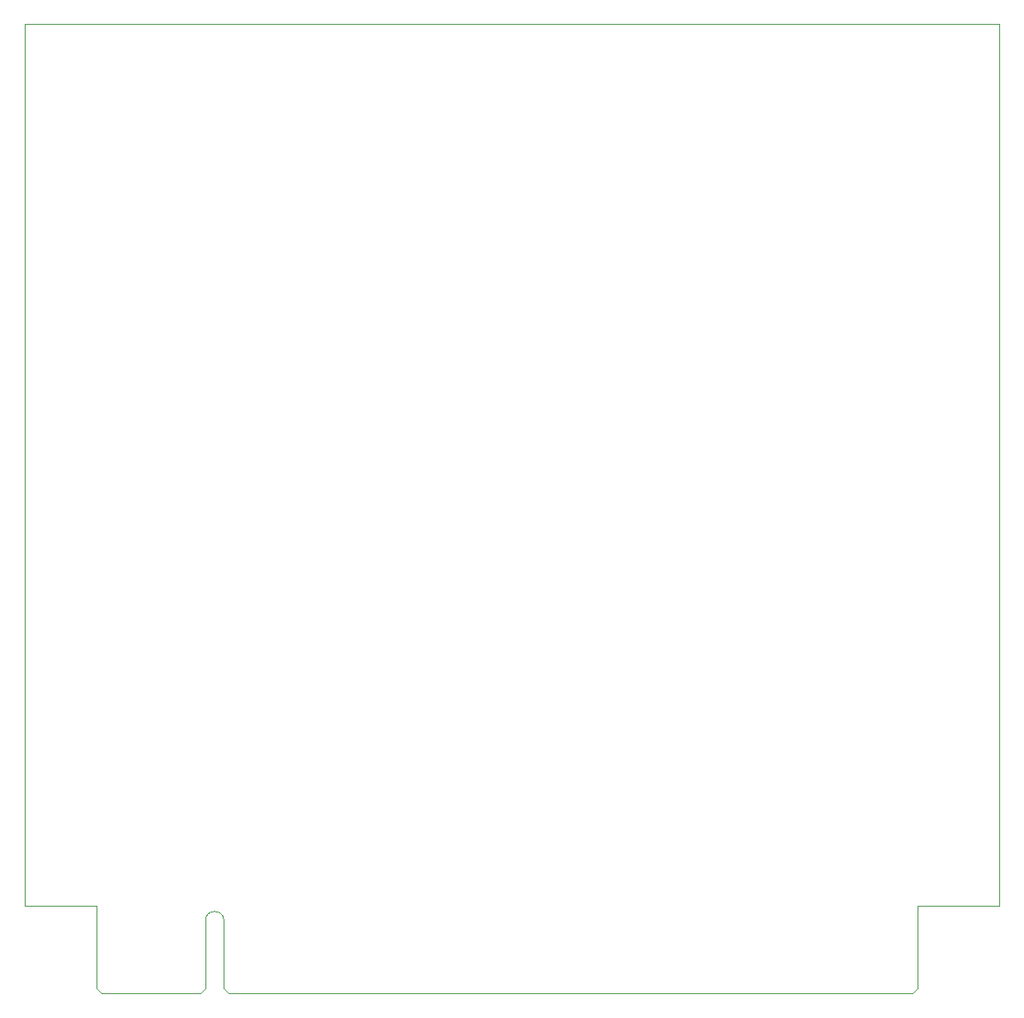
<source format=gbr>
%TF.GenerationSoftware,KiCad,Pcbnew,9.0.5*%
%TF.CreationDate,2025-11-19T18:07:16+02:00*%
%TF.ProjectId,alu_hub,616c755f-6875-4622-9e6b-696361645f70,rev?*%
%TF.SameCoordinates,Original*%
%TF.FileFunction,Profile,NP*%
%FSLAX46Y46*%
G04 Gerber Fmt 4.6, Leading zero omitted, Abs format (unit mm)*
G04 Created by KiCad (PCBNEW 9.0.5) date 2025-11-19 18:07:16*
%MOMM*%
%LPD*%
G01*
G04 APERTURE LIST*
%TA.AperFunction,Profile*%
%ADD10C,0.050000*%
%TD*%
%TA.AperFunction,Profile*%
%ADD11C,0.100000*%
%TD*%
G04 APERTURE END LIST*
D10*
X191650000Y-135550000D02*
X191650000Y-135000000D01*
X200000000Y-44500000D02*
X100000000Y-44500000D01*
X107350000Y-135550000D02*
X107350000Y-135000000D01*
X200000000Y-44500000D02*
X200000000Y-135000000D01*
X100000000Y-135000000D02*
X107350000Y-135000000D01*
X100000000Y-44500000D02*
X100000000Y-135000000D01*
X191650000Y-135000000D02*
X200000000Y-135000000D01*
D11*
%TO.C,BC1*%
X107350000Y-135550000D02*
X107350000Y-143450000D01*
X107350000Y-143450000D02*
X107850000Y-143950000D01*
X107850000Y-143950000D02*
X118050000Y-143950000D01*
X118550000Y-136500000D02*
X118550000Y-143450000D01*
X118550000Y-143450000D02*
X118050000Y-143950000D01*
X120450000Y-136500000D02*
X120450000Y-143450000D01*
X120450000Y-143450000D02*
X120950000Y-143950000D01*
X120950000Y-143950000D02*
X191150000Y-143950000D01*
X191650000Y-135550000D02*
X191650000Y-143450000D01*
X191650000Y-143450000D02*
X191150000Y-143950000D01*
X118550000Y-136500000D02*
G75*
G02*
X120450000Y-136500000I950000J0D01*
G01*
%TD*%
M02*

</source>
